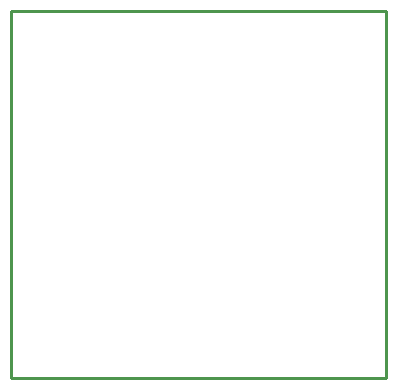
<source format=gm1>
%FSAX24Y24*%
%MOIN*%
G70*
G01*
G75*
%ADD10C,0.0070*%
%ADD11R,0.0197X0.0630*%
%ADD12R,0.0630X0.0197*%
%ADD13R,0.0600X0.0500*%
%ADD14R,0.0689X0.0256*%
%ADD15R,0.0512X0.0630*%
%ADD16C,0.0100*%
%ADD17C,0.0150*%
%ADD18C,0.0300*%
%ADD19C,0.0650*%
%ADD20R,0.0650X0.0650*%
%ADD21C,0.0700*%
%ADD22R,0.0700X0.0700*%
%ADD23C,0.0250*%
%ADD24C,0.0098*%
%ADD25C,0.0120*%
%ADD26R,0.0277X0.0710*%
%ADD27R,0.0710X0.0277*%
%ADD28R,0.0680X0.0580*%
%ADD29R,0.0769X0.0336*%
%ADD30R,0.0592X0.0710*%
%ADD31C,0.0730*%
%ADD32R,0.0730X0.0730*%
%ADD33C,0.0780*%
%ADD34R,0.0780X0.0780*%
D16*
X010000Y010000D02*
Y022250D01*
X022500D01*
Y010000D02*
Y022250D01*
X010000Y010000D02*
X022500D01*
M02*

</source>
